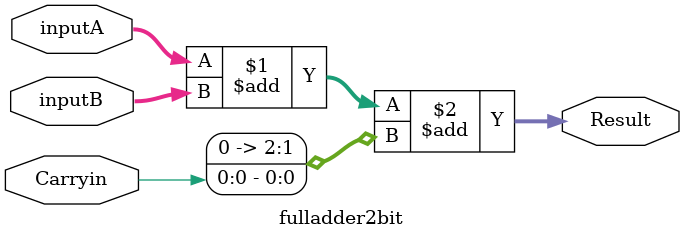
<source format=v>
module fulladder2bit
  (
   input Carryin,
   input [1:0] inputA,
   input [1:0] inputB,
   output [2:0] Result
  );
  
  
  
  assign Result = inputA + inputB + {1'b0, Carryin}; 
  
endmodule

</source>
